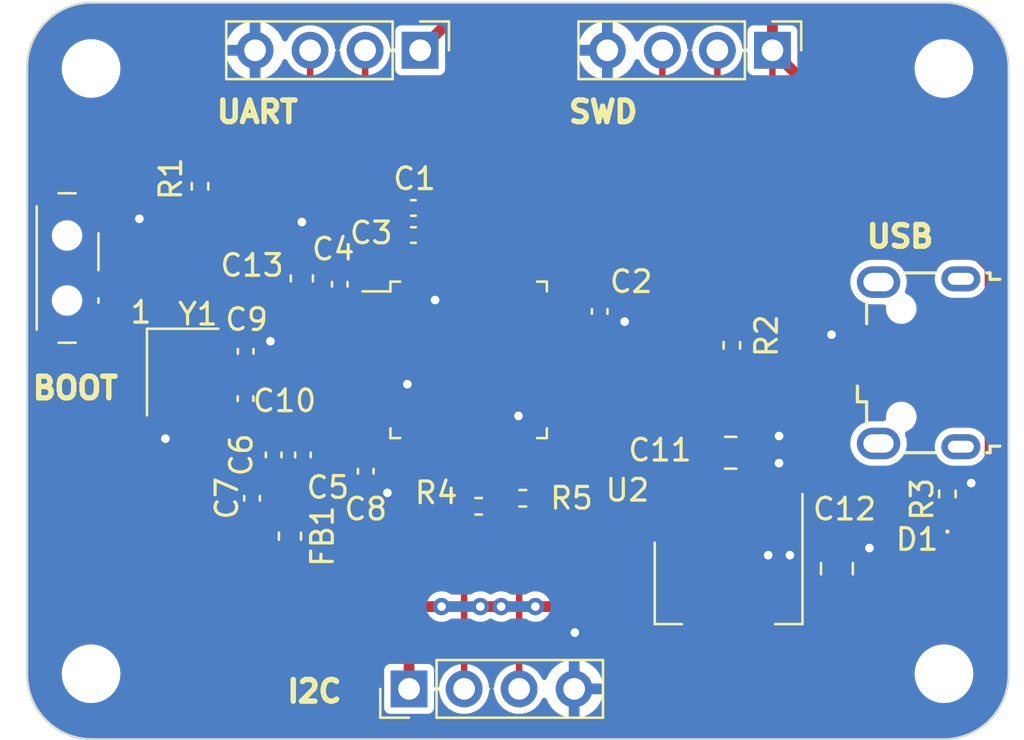
<source format=kicad_pcb>
(kicad_pcb (version 20221018) (generator pcbnew)
  (layers (0 "F.Cu" signal) (31 "B.Cu" power) (34 "B.Paste" user) (35 "F.Paste" user) (36 "B.SilkS" user "B.Silkscreen") (37 "F.SilkS" user "F.Silkscreen") (38 "B.Mask" user) (39 "F.Mask" user) (44 "Edge.Cuts" user))
  (net 0 "")
  (net 1 "+3.3V")
  (net 2 "GND")
  (net 3 "+3.3VA")
  (net 4 "/NRST")
  (net 5 "/HSE_IN")
  (net 6 "/HSE_OUT")
  (net 7 "VBUS")
  (net 8 "/power_LED_K")
  (net 9 "/USB_D-")
  (net 10 "/USB_D+")
  (net 12 "/SWDIO")
  (net 13 "/SWCLK")
  (net 14 "/USART1_TX")
  (net 15 "/USART1_RX")
  (net 16 "/I2C2_SCL")
  (net 17 "/I2C2_SDA")
  (net 18 "/BOOT0")
  (net 46 "/SW_Boot0")
  (footprint "MountingHole:MountingHole_2.2mm_M2" (layer "F.Cu") (at 98.07132 90.16132)
    (fp_text reference "H2" hide)
    (fp_text value "MountingHole" hide)
    (pad "" np_thru_hole circle (at 0 0) (size 2.2 2.2) (drill 2.2) (layers "*.Cu" "*.Mask"))
  )
  (footprint "Capacitor_SMD:C_0402_1005Metric" (layer "F.Cu") (at 112.95 96.6)
    (fp_text reference "C1" (at 0.05 -1.35) (layer "F.SilkS"))
    (fp_text value "100n" hide)
    (fp_line (start -0.107836 -0.36) (end 0.107836 -0.36) (stroke (width 0.12)) (layer "F.SilkS"))
    (fp_line (start -0.107836 0.36) (end 0.107836 0.36) (stroke (width 0.12)) (layer "F.SilkS"))
    (pad "1" smd roundrect (at -0.48 0) (size 0.56 0.62) (layers "F.Cu" "F.Paste" "F.Mask") (net 1 "+3.3V"))
    (pad "2" smd roundrect (at 0.48 0) (size 0.56 0.62) (layers "F.Cu" "F.Paste" "F.Mask") (net 2 "GND"))
  )
  (footprint "Capacitor_SMD:C_0805_2012Metric" (layer "F.Cu") (at 127.6 107.9)
    (fp_text reference "C11" (at -3.27132 -0.12132) (layer "F.SilkS"))
    (fp_text value "22u" hide)
    (fp_line (start -0.261252 -0.735) (end 0.261252 -0.735) (stroke (width 0.12)) (layer "F.SilkS"))
    (fp_line (start -0.261252 0.735) (end 0.261252 0.735) (stroke (width 0.12)) (layer "F.SilkS"))
    (pad "1" smd roundrect (at -0.95 0) (size 1 1.45) (layers "F.Cu" "F.Paste" "F.Mask") (net 7 "VBUS"))
    (pad "2" smd roundrect (at 0.95 0) (size 1 1.45) (layers "F.Cu" "F.Paste" "F.Mask") (net 2 "GND"))
  )
  (footprint "Capacitor_SMD:C_0402_1005Metric" (layer "F.Cu") (at 109.55 100.12 90)
    (fp_text reference "C4" (at 1.62 -0.3 180) (layer "F.SilkS"))
    (fp_text value "100n" hide)
    (fp_line (start -0.107836 -0.36) (end 0.107836 -0.36) (stroke (width 0.12)) (layer "F.SilkS"))
    (fp_line (start -0.107836 0.36) (end 0.107836 0.36) (stroke (width 0.12)) (layer "F.SilkS"))
    (pad "1" smd roundrect (at -0.48 0 90) (size 0.56 0.62) (layers "F.Cu" "F.Paste" "F.Mask") (net 1 "+3.3V"))
    (pad "2" smd roundrect (at 0.48 0 90) (size 0.56 0.62) (layers "F.Cu" "F.Paste" "F.Mask") (net 2 "GND"))
  )
  (footprint "LED_SMD:LED_0201_0603Metric" (layer "F.Cu") (at 137.6 112.4 -90)
    (fp_text reference "D1" (at -0.5 1.4 -180) (layer "F.SilkS"))
    (fp_text value "RED" hide)
    (fp_circle (center -0.86 0) (end -0.81 0) (stroke (width 0.1)) (fill none) (layer "F.SilkS"))
    (pad "1" smd rect (at -0.32 0 270) (size 0.2 0.4) (layers "F.Cu" "F.Mask") (net 8 "/power_LED_K"))
    (pad "2" smd rect (at 0.32 0 270) (size 0.2 0.4) (layers "F.Cu" "F.Mask") (net 1 "+3.3V"))
  )
  (footprint "Capacitor_SMD:C_0402_1005Metric" (layer "F.Cu") (at 110.75 108.75 -90)
    (fp_text reference "C8" (at 1.75 0) (layer "F.SilkS"))
    (fp_text value "100n" hide)
    (fp_line (start -0.107836 -0.36) (end 0.107836 -0.36) (stroke (width 0.12)) (layer "F.SilkS"))
    (fp_line (start -0.107836 0.36) (end 0.107836 0.36) (stroke (width 0.12)) (layer "F.SilkS"))
    (pad "1" smd roundrect (at -0.48 0 270) (size 0.56 0.62) (layers "F.Cu" "F.Paste" "F.Mask") (net 4 "/NRST"))
    (pad "2" smd roundrect (at 0.48 0 270) (size 0.56 0.62) (layers "F.Cu" "F.Paste" "F.Mask") (net 2 "GND"))
  )
  (footprint "Button_Switch_SMD:SW_SPDT_PCM12" (layer "F.Cu") (at 97.29132 99.37132 -90)
    (fp_text reference "SW1" hide)
    (fp_text value "SW_SPDT" hide)
    (fp_line (start -3.45 -0.07) (end -3.45 0.72) (stroke (width 0.12)) (layer "F.SilkS"))
    (fp_line (start -2.85 1.73) (end 2.85 1.73) (stroke (width 0.12)) (layer "F.SilkS"))
    (fp_line (start -1.6 -1.12) (end 0.1 -1.12) (stroke (width 0.12)) (layer "F.SilkS"))
    (fp_line (start 1.4 -1.12) (end 1.6 -1.12) (stroke (width 0.12)) (layer "F.SilkS"))
    (fp_line (start 3.45 0.72) (end 3.45 -0.07) (stroke (width 0.12)) (layer "F.SilkS"))
    (pad "" smd rect (at -3.65 -0.78 270) (size 1 0.8) (layers "F.Cu" "F.Paste" "F.Mask"))
    (pad "" smd rect (at -3.65 1.43 270) (size 1 0.8) (layers "F.Cu" "F.Paste" "F.Mask"))
    (pad "" np_thru_hole circle (at -1.5 0.33 270) (size 0.9 0.9) (drill 0.9) (layers "*.Cu" "*.Mask"))
    (pad "" np_thru_hole circle (at 1.5 0.33 270) (size 0.9 0.9) (drill 0.9) (layers "*.Cu" "*.Mask"))
    (pad "" smd rect (at 3.65 -0.78 270) (size 1 0.8) (layers "F.Cu" "F.Paste" "F.Mask"))
    (pad "" smd rect (at 3.65 1.43 270) (size 1 0.8) (layers "F.Cu" "F.Paste" "F.Mask"))
    (pad "1" smd rect (at -2.25 -1.43 270) (size 0.7 1.5) (layers "F.Cu" "F.Paste" "F.Mask") (net 2 "GND"))
    (pad "2" smd rect (at 0.75 -1.43 270) (size 0.7 1.5) (layers "F.Cu" "F.Paste" "F.Mask") (net 46 "/SW_Boot0"))
    (pad "3" smd rect (at 2.25 -1.43 270) (size 0.7 1.5) (layers "F.Cu" "F.Paste" "F.Mask") (net 1 "+3.3V"))
  )
  (footprint "Resistor_SMD:R_0402_1005Metric" (layer "F.Cu") (at 103.1 95.6 90)
    (fp_text reference "R1" (at 0.35 -1.35 90) (layer "F.SilkS"))
    (fp_text value "10k" hide)
    (fp_line (start -0.153641 -0.38) (end 0.153641 -0.38) (stroke (width 0.12)) (layer "F.SilkS"))
    (fp_line (start -0.153641 0.38) (end 0.153641 0.38) (stroke (width 0.12)) (layer "F.SilkS"))
    (pad "1" smd roundrect (at -0.51 0 90) (size 0.54 0.64) (layers "F.Cu" "F.Paste" "F.Mask") (net 46 "/SW_Boot0"))
    (pad "2" smd roundrect (at 0.51 0 90) (size 0.54 0.64) (layers "F.Cu" "F.Paste" "F.Mask") (net 18 "/BOOT0"))
  )
  (footprint "Resistor_SMD:R_0402_1005Metric" (layer "F.Cu") (at 137.6 109.8 90)
    (fp_text reference "R3" (at -0.25 -1.17 90) (layer "F.SilkS"))
    (fp_text value "1k5" hide)
    (fp_line (start -0.153641 -0.38) (end 0.153641 -0.38) (stroke (width 0.12)) (layer "F.SilkS"))
    (fp_line (start -0.153641 0.38) (end 0.153641 0.38) (stroke (width 0.12)) (layer "F.SilkS"))
    (pad "1" smd roundrect (at -0.51 0 90) (size 0.54 0.64) (layers "F.Cu" "F.Paste" "F.Mask") (net 8 "/power_LED_K"))
    (pad "2" smd roundrect (at 0.51 0 90) (size 0.54 0.64) (layers "F.Cu" "F.Paste" "F.Mask") (net 2 "GND"))
  )
  (footprint "MountingHole:MountingHole_2.2mm_M2" (layer "F.Cu") (at 137.44132 90.16132)
    (fp_text reference "H4" hide)
    (fp_text value "MountingHole" hide)
    (pad "" np_thru_hole circle (at 0 0) (size 2.2 2.2) (drill 2.2) (layers "*.Cu" "*.Mask"))
  )
  (footprint "Capacitor_SMD:C_0603_1608Metric" (layer "F.Cu") (at 107.8 99.85 90)
    (fp_text reference "C13" (at 0.6 -2.3 180) (layer "F.SilkS"))
    (fp_text value "10u" hide)
    (fp_line (start -0.14058 -0.51) (end 0.14058 -0.51) (stroke (width 0.12)) (layer "F.SilkS"))
    (fp_line (start -0.14058 0.51) (end 0.14058 0.51) (stroke (width 0.12)) (layer "F.SilkS"))
    (pad "1" smd roundrect (at -0.775 0 90) (size 0.9 0.95) (layers "F.Cu" "F.Paste" "F.Mask") (net 1 "+3.3V"))
    (pad "2" smd roundrect (at 0.775 0 90) (size 0.9 0.95) (layers "F.Cu" "F.Paste" "F.Mask") (net 2 "GND"))
  )
  (footprint "Capacitor_SMD:C_0402_1005Metric" (layer "F.Cu") (at 106.5 108 90)
    (fp_text reference "C6" (at 0 -1.5 90) (layer "F.SilkS"))
    (fp_text value "1u" hide)
    (fp_line (start -0.107836 -0.36) (end 0.107836 -0.36) (stroke (width 0.12)) (layer "F.SilkS"))
    (fp_line (start -0.107836 0.36) (end 0.107836 0.36) (stroke (width 0.12)) (layer "F.SilkS"))
    (pad "1" smd roundrect (at -0.48 0 90) (size 0.56 0.62) (layers "F.Cu" "F.Paste" "F.Mask") (net 3 "+3.3VA"))
    (pad "2" smd roundrect (at 0.48 0 90) (size 0.56 0.62) (layers "F.Cu" "F.Paste" "F.Mask") (net 2 "GND"))
  )
  (footprint "Connector_PinHeader_2.54mm:PinHeader_1x04_P2.54mm_Vertical" (layer "F.Cu") (at 129.52132 89.32132 -90)
    (fp_text reference "J2" hide)
    (fp_text value "Conn_01x04_Pin" hide)
    (fp_line (start -1.33 -1.33) (end 0 -1.33) (stroke (width 0.12)) (layer "F.SilkS"))
    (fp_line (start -1.33 0) (end -1.33 -1.33) (stroke (width 0.12)) (layer "F.SilkS"))
    (fp_line (start -1.33 1.27) (end -1.33 8.95) (stroke (width 0.12)) (layer "F.SilkS"))
    (fp_line (start -1.33 1.27) (end 1.33 1.27) (stroke (width 0.12)) (layer "F.SilkS"))
    (fp_line (start -1.33 8.95) (end 1.33 8.95) (stroke (width 0.12)) (layer "F.SilkS"))
    (fp_line (start 1.33 1.27) (end 1.33 8.95) (stroke (width 0.12)) (layer "F.SilkS"))
    (pad "1" thru_hole rect (at 0 0 270) (size 1.7 1.7) (drill 1) (layers "*.Cu" "*.Mask") (net 1 "+3.3V"))
    (pad "2" thru_hole oval (at 0 2.54 270) (size 1.7 1.7) (drill 1) (layers "*.Cu" "*.Mask") (net 12 "/SWDIO"))
    (pad "3" thru_hole oval (at 0 5.08 270) (size 1.7 1.7) (drill 1) (layers "*.Cu" "*.Mask") (net 13 "/SWCLK"))
    (pad "4" thru_hole oval (at 0 7.62 270) (size 1.7 1.7) (drill 1) (layers "*.Cu" "*.Mask") (net 2 "GND"))
  )
  (footprint "MountingHole:MountingHole_2.2mm_M2" (layer "F.Cu") (at 137.44132 118.10132)
    (fp_text reference "H3" hide)
    (fp_text value "MountingHole" hide)
    (pad "" np_thru_hole circle (at 0 0) (size 2.2 2.2) (drill 2.2) (layers "*.Cu" "*.Mask"))
  )
  (footprint "Resistor_SMD:R_0402_1005Metric" (layer "F.Cu") (at 118 110 180)
    (fp_text reference "R5" (at -2.25 0) (layer "F.SilkS"))
    (fp_text value "1k5" hide)
    (fp_line (start -0.153641 -0.38) (end 0.153641 -0.38) (stroke (width 0.12)) (layer "F.SilkS"))
    (fp_line (start -0.153641 0.38) (end 0.153641 0.38) (stroke (width 0.12)) (layer "F.SilkS"))
    (pad "1" smd roundrect (at -0.51 0 180) (size 0.54 0.64) (layers "F.Cu" "F.Paste" "F.Mask") (net 1 "+3.3V"))
    (pad "2" smd roundrect (at 0.51 0 180) (size 0.54 0.64) (layers "F.Cu" "F.Paste" "F.Mask") (net 17 "/I2C2_SDA"))
  )
  (footprint "Capacitor_SMD:C_0402_1005Metric" (layer "F.Cu") (at 105.5 110 90)
    (fp_text reference "C7" (at 0 -1.16 90) (layer "F.SilkS"))
    (fp_text value "1u" hide)
    (fp_line (start -0.107836 -0.36) (end 0.107836 -0.36) (stroke (width 0.12)) (layer "F.SilkS"))
    (fp_line (start -0.107836 0.36) (end 0.107836 0.36) (stroke (width 0.12)) (layer "F.SilkS"))
    (pad "1" smd roundrect (at -0.48 0 90) (size 0.56 0.62) (layers "F.Cu" "F.Paste" "F.Mask") (net 1 "+3.3V"))
    (pad "2" smd roundrect (at 0.48 0 90) (size 0.56 0.62) (layers "F.Cu" "F.Paste" "F.Mask") (net 2 "GND"))
  )
  (footprint "Capacitor_SMD:C_0402_1005Metric" (layer "F.Cu") (at 121.55 101.38 -90)
    (fp_text reference "C2" (at -1.38 -1.45 -180) (layer "F.SilkS"))
    (fp_text value "100n" hide)
    (fp_line (start -0.107836 -0.36) (end 0.107836 -0.36) (stroke (width 0.12)) (layer "F.SilkS"))
    (fp_line (start -0.107836 0.36) (end 0.107836 0.36) (stroke (width 0.12)) (layer "F.SilkS"))
    (pad "1" smd roundrect (at -0.48 0 270) (size 0.56 0.62) (layers "F.Cu" "F.Paste" "F.Mask") (net 1 "+3.3V"))
    (pad "2" smd roundrect (at 0.48 0 270) (size 0.56 0.62) (layers "F.Cu" "F.Paste" "F.Mask") (net 2 "GND"))
  )
  (footprint "Resistor_SMD:R_0402_1005Metric" (layer "F.Cu") (at 115.96132 110.37132)
    (fp_text reference "R4" (at -1.96132 -0.62132) (layer "F.SilkS"))
    (fp_text value "1k5" hide)
    (fp_line (start -0.153641 -0.38) (end 0.153641 -0.38) (stroke (width 0.12)) (layer "F.SilkS"))
    (fp_line (start -0.153641 0.38) (end 0.153641 0.38) (stroke (width 0.12)) (layer "F.SilkS"))
    (pad "1" smd roundrect (at -0.51 0) (size 0.54 0.64) (layers "F.Cu" "F.Paste" "F.Mask") (net 1 "+3.3V"))
    (pad "2" smd roundrect (at 0.51 0) (size 0.54 0.64) (layers "F.Cu" "F.Paste" "F.Mask") (net 16 "/I2C2_SCL"))
  )
  (footprint "Capacitor_SMD:C_0805_2012Metric" (layer "F.Cu") (at 132.5 113.25 90)
    (fp_text reference "C12" (at 2.75 0.35 180) (layer "F.SilkS"))
    (fp_text value "22u" hide)
    (fp_line (start -0.261252 -0.735) (end 0.261252 -0.735) (stroke (width 0.12)) (layer "F.SilkS"))
    (fp_line (start -0.261252 0.735) (end 0.261252 0.735) (stroke (width 0.12)) (layer "F.SilkS"))
    (pad "1" smd roundrect (at -0.95 0 90) (size 1 1.45) (layers "F.Cu" "F.Paste" "F.Mask") (net 1 "+3.3V"))
    (pad "2" smd roundrect (at 0.95 0 90) (size 1 1.45) (layers "F.Cu" "F.Paste" "F.Mask") (net 2 "GND"))
  )
  (footprint "Package_QFP:LQFP-48_7x7mm_P0.5mm" (layer "F.Cu") (at 115.49882 103.61132)
    (fp_text reference "U1" hide)
    (fp_text value "STM32F103C8T6" hide)
    (fp_line (start -3.61 -3.61) (end -3.61 -3.16) (stroke (width 0.12)) (layer "F.SilkS"))
    (fp_line (start -3.61 -3.16) (end -4.9 -3.16) (stroke (width 0.12)) (layer "F.SilkS"))
    (fp_line (start -3.61 3.61) (end -3.61 3.16) (stroke (width 0.12)) (layer "F.SilkS"))
    (fp_line (start -3.16 -3.61) (end -3.61 -3.61) (stroke (width 0.12)) (layer "F.SilkS"))
    (fp_line (start -3.16 3.61) (end -3.61 3.61) (stroke (width 0.12)) (layer "F.SilkS"))
    (fp_line (start 3.16 -3.61) (end 3.61 -3.61) (stroke (width 0.12)) (layer "F.SilkS"))
    (fp_line (start 3.16 3.61) (end 3.61 3.61) (stroke (width 0.12)) (layer "F.SilkS"))
    (fp_line (start 3.61 -3.61) (end 3.61 -3.16) (stroke (width 0.12)) (layer "F.SilkS"))
    (fp_line (start 3.61 3.61) (end 3.61 3.16) (stroke (width 0.12)) (layer "F.SilkS"))
    (pad "1" smd roundrect (at -4.1625 -2.75) (size 1.475 0.3) (layers "F.Cu" "F.Paste" "F.Mask") (net 1 "+3.3V"))
    (pad "2" smd roundrect (at -4.1625 -2.25) (size 1.475 0.3) (layers "F.Cu" "F.Paste" "F.Mask"))
    (pad "3" smd roundrect (at -4.1625 -1.75) (size 1.475 0.3) (layers "F.Cu" "F.Paste" "F.Mask"))
    (pad "4" smd roundrect (at -4.1625 -1.25) (size 1.475 0.3) (layers "F.Cu" "F.Paste" "F.Mask"))
    (pad "5" smd roundrect (at -4.1625 -0.75) (size 1.475 0.3) (layers "F.Cu" "F.Paste" "F.Mask") (net 5 "/HSE_IN"))
    (pad "6" smd roundrect (at -4.1625 -0.25) (size 1.475 0.3) (layers "F.Cu" "F.Paste" "F.Mask") (net 6 "/HSE_OUT"))
    (pad "7" smd roundrect (at -4.1625 0.25) (size 1.475 0.3) (layers "F.Cu" "F.Paste" "F.Mask") (net 4 "/NRST"))
    (pad "8" smd roundrect (at -4.1625 0.75) (size 1.475 0.3) (layers "F.Cu" "F.Paste" "F.Mask") (net 2 "GND"))
    (pad "9" smd roundrect (at -4.1625 1.25) (size 1.475 0.3) (layers "F.Cu" "F.Paste" "F.Mask") (net 3 "+3.3VA"))
    (pad "10" smd roundrect (at -4.1625 1.75) (size 1.475 0.3) (layers "F.Cu" "F.Paste" "F.Mask"))
    (pad "11" smd roundrect (at -4.1625 2.25) (size 1.475 0.3) (layers "F.Cu" "F.Paste" "F.Mask"))
    (pad "12" smd roundrect (at -4.1625 2.75) (size 1.475 0.3) (layers "F.Cu" "F.Paste" "F.Mask"))
    (pad "13" smd roundrect (at -2.75 4.1625) (size 0.3 1.475) (layers "F.Cu" "F.Paste" "F.Mask"))
    (pad "14" smd roundrect (at -2.25 4.1625) (size 0.3 1.475) (layers "F.Cu" "F.Paste" "F.Mask"))
    (pad "15" smd roundrect (at -1.75 4.1625) (size 0.3 1.475) (layers "F.Cu" "F.Paste" "F.Mask"))
    (pad "16" smd roundrect (at -1.25 4.1625) (size 0.3 1.475) (layers "F.Cu" "F.Paste" "F.Mask"))
    (pad "17" smd roundrect (at -0.75 4.1625) (size 0.3 1.475) (layers "F.Cu" "F.Paste" "F.Mask"))
    (pad "18" smd roundrect (at -0.25 4.1625) (size 0.3 1.475) (layers "F.Cu" "F.Paste" "F.Mask"))
    (pad "19" smd roundrect (at 0.25 4.1625) (size 0.3 1.475) (layers "F.Cu" "F.Paste" "F.Mask"))
    (pad "20" smd roundrect (at 0.75 4.1625) (size 0.3 1.475) (layers "F.Cu" "F.Paste" "F.Mask"))
    (pad "21" smd roundrect (at 1.25 4.1625) (size 0.3 1.475) (layers "F.Cu" "F.Paste" "F.Mask") (net 16 "/I2C2_SCL"))
    (pad "22" smd roundrect (at 1.75 4.1625) (size 0.3 1.475) (layers "F.Cu" "F.Paste" "F.Mask") (net 17 "/I2C2_SDA"))
    (pad "23" smd roundrect (at 2.25 4.1625) (size 0.3 1.475) (layers "F.Cu" "F.Paste" "F.Mask") (net 2 "GND"))
    (pad "24" smd roundrect (at 2.75 4.1625) (size 0.3 1.475) (layers "F.Cu" "F.Paste" "F.Mask") (net 1 "+3.3V"))
    (pad "25" smd roundrect (at 4.1625 2.75) (size 1.475 0.3) (layers "F.Cu" "F.Paste" "F.Mask"))
    (pad "26" smd roundrect (at 4.1625 2.25) (size 1.475 0.3) (layers "F.Cu" "F.Paste" "F.Mask"))
    (pad "27" smd roundrect (at 4.1625 1.75) (size 1.475 0.3) (layers "F.Cu" "F.Paste" "F.Mask"))
    (pad "28" smd roundrect (at 4.1625 1.25) (size 1.475 0.3) (layers "F.Cu" "F.Paste" "F.Mask"))
    (pad "29" smd roundrect (at 4.1625 0.75) (size 1.475 0.3) (layers "F.Cu" "F.Paste" "F.Mask"))
    (pad "30" smd roundrect (at 4.1625 0.25) (size 1.475 0.3) (layers "F.Cu" "F.Paste" "F.Mask"))
    (pad "31" smd roundrect (at 4.1625 -0.25) (size 1.475 0.3) (layers "F.Cu" "F.Paste" "F.Mask"))
    (pad "32" smd roundrect (at 4.1625 -0.75) (size 1.475 0.3) (layers "F.Cu" "F.Paste" "F.Mask") (net 9 "/USB_D-"))
    (pad "33" smd roundrect (at 4.1625 -1.25) (size 1.475 0.3) (layers "F.Cu" "F.Paste" "F.Mask") (net 10 "/USB_D+"))
    (pad "34" smd roundrect (at 4.1625 -1.75) (size 1.475 0.3) (layers "F.Cu" "F.Paste" "F.Mask") (net 12 "/SWDIO"))
    (pad "35" smd roundrect (at 4.1625 -2.25) (size 1.475 0.3) (layers "F.Cu" "F.Paste" "F.Mask") (net 2 "GND"))
    (pad "36" smd roundrect (at 4.1625 -2.75) (size 1.475 0.3) (layers "F.Cu" "F.Paste" "F.Mask") (net 1 "+3.3V"))
    (pad "37" smd roundrect (at 2.75 -4.1625) (size 0.3 1.475) (layers "F.Cu" "F.Paste" "F.Mask") (net 13 "/SWCLK"))
    (pad "38" smd roundrect (at 2.25 -4.1625) (size 0.3 1.475) (layers "F.Cu" "F.Paste" "F.Mask"))
    (pad "39" smd roundrect (at 1.75 -4.1625) (size 0.3 1.475) (layers "F.Cu" "F.Paste" "F.Mask"))
    (pad "40" smd roundrect (at 1.25 -4.1625) (size 0.3 1.475) (layers "F.Cu" "F.Paste" "F.Mask"))
    (pad "41" smd roundrect (at 0.75 -4.1625) (size 0.3 1.475) (layers "F.Cu" "F.Paste" "F.Mask"))
    (pad "42" smd roundrect (at 0.25 -4.1625) (size 0.3 1.475) (layers "F.Cu" "F.Paste" "F.Mask") (net 14 "/USART1_TX"))
    (pad "43" smd roundrect (at -0.25 -4.1625) (size 0.3 1.475) (layers "F.Cu" "F.Paste" "F.Mask") (net 15 "/USART1_RX"))
    (pad "44" smd roundrect (at -0.75 -4.1625) (size 0.3 1.475) (layers "F.Cu" "F.Paste" "F.Mask") (net 18 "/BOOT0"))
    (pad "45" smd roundrect (at -1.25 -4.1625) (size 0.3 1.475) (layers "F.Cu" "F.Paste" "F.Mask"))
    (pad "46" smd roundrect (at -1.75 -4.1625) (size 0.3 1.475) (layers "F.Cu" "F.Paste" "F.Mask"))
    (pad "47" smd roundrect (at -2.25 -4.1625) (size 0.3 1.475) (layers "F.Cu" "F.Paste" "F.Mask") (net 2 "GND"))
    (pad "48" smd roundrect (at -2.75 -4.1625) (size 0.3 1.475) (layers "F.Cu" "F.Paste" "F.Mask") (net 1 "+3.3V"))
  )
  (footprint "Inductor_SMD:L_0603_1608Metric" (layer "F.Cu") (at 107.25 111.75 -90)
    (fp_text reference "FB1" (at 0 -1.5 90) (layer "F.SilkS"))
    (fp_text value "FerriteBead" hide)
    (fp_line (start -0.162779 -0.51) (end 0.162779 -0.51) (stroke (width 0.12)) (layer "F.SilkS"))
    (fp_line (start -0.162779 0.51) (end 0.162779 0.51) (stroke (width 0.12)) (layer "F.SilkS"))
    (pad "1" smd roundrect (at -0.7875 0 270) (size 0.875 0.95) (layers "F.Cu" "F.Paste" "F.Mask") (net 3 "+3.3VA"))
    (pad "2" smd roundrect (at 0.7875 0 270) (size 0.875 0.95) (layers "F.Cu" "F.Paste" "F.Mask") (net 1 "+3.3V"))
  )
  (footprint "Capacitor_SMD:C_0402_1005Metric" (layer "F.Cu") (at 105.207035 103.22 90)
    (fp_text reference "C9" (at 1.47 0.042965 180) (layer "F.SilkS"))
    (fp_text value "10p" hide)
    (fp_line (start -0.107836 -0.36) (end 0.107836 -0.36) (stroke (width 0.12)) (layer "F.SilkS"))
    (fp_line (start -0.107836 0.36) (end 0.107836 0.36) (stroke (width 0.12)) (layer "F.SilkS"))
    (pad "1" smd roundrect (at -0.48 0 90) (size 0.56 0.62) (layers "F.Cu" "F.Paste" "F.Mask") (net 5 "/HSE_IN"))
    (pad "2" smd roundrect (at 0.48 0 90) (size 0.56 0.62) (layers "F.Cu" "F.Paste" "F.Mask") (net 2 "GND"))
  )
  (footprint "Connector_USB:USB_Micro-B_Wuerth_629105150521" (layer "F.Cu") (at 136.27132 103.74632 90)
    (fp_text reference "J1" hide)
    (fp_text value "USB_B_Micro" hide)
    (fp_line (start -4.15 -0.65) (end -4.15 0.75) (stroke (width 0.15)) (layer "F.SilkS"))
    (fp_line (start -4.15 3.15) (end -4.15 3.3) (stroke (width 0.15)) (layer "F.SilkS"))
    (fp_line (start -4.15 3.3) (end -3.85 3.3) (stroke (width 0.15)) (layer "F.SilkS"))
    (fp_line (start -3.85 3.3) (end -3.85 3.75) (stroke (width 0.15)) (layer "F.SilkS"))
    (fp_line (start -1.8 -2.825) (end -1.8 -2.4) (stroke (width 0.15)) (layer "F.SilkS"))
    (fp_line (start -1.8 -2.4) (end -2.8 -2.4) (stroke (width 0.15)) (layer "F.SilkS"))
    (fp_line (start -1.075 -2.825) (end -1.8 -2.825) (stroke (width 0.15)) (layer "F.SilkS"))
    (fp_line (start 1.8 -2.4) (end 2.8 -2.4) (stroke (width 0.15)) (layer "F.SilkS"))
    (fp_line (start 3.85 3.3) (end 4.15 3.3) (stroke (width 0.15)) (layer "F.SilkS"))
    (fp_line (start 3.85 3.75) (end 3.85 3.3) (stroke (width 0.15)) (layer "F.SilkS"))
    (fp_line (start 4.15 0.75) (end 4.15 -0.65) (stroke (width 0.15)) (layer "F.SilkS"))
    (fp_line (start 4.15 3.3) (end 4.15 3.15) (stroke (width 0.15)) (layer "F.SilkS"))
    (pad "" np_thru_hole oval (at -2.5 -0.8 90) (size 0.8 0.8) (drill 0.8) (layers "*.Cu" "*.Mask"))
    (pad "" np_thru_hole oval (at 2.5 -0.8 90) (size 0.8 0.8) (drill 0.8) (layers "*.Cu" "*.Mask"))
    (pad "1" smd rect (at -1.3 -1.9 90) (size 0.45 1.3) (layers "F.Cu" "F.Paste" "F.Mask") (net 7 "VBUS"))
    (pad "2" smd rect (at -0.65 -1.9 90) (size 0.45 1.3) (layers "F.Cu" "F.Paste" "F.Mask") (net 9 "/USB_D-"))
    (pad "3" smd rect (at 0 -1.9 90) (size 0.45 1.3) (layers "F.Cu" "F.Paste" "F.Mask") (net 10 "/USB_D+"))
    (pad "4" smd rect (at 0.65 -1.9 90) (size 0.45 1.3) (layers "F.Cu" "F.Paste" "F.Mask"))
    (pad "5" smd rect (at 1.3 -1.9 90) (size 0.45 1.3) (layers "F.Cu" "F.Paste" "F.Mask") (net 2 "GND"))
    (pad "6" thru_hole oval (at -3.875 1.95 90) (size 1.15 1.8) (drill oval 0.55 1.2) (layers "*.Cu" "*.Mask"))
    (pad "6" thru_hole oval (at -3.725 -1.85 90) (size 1.45 2) (drill oval 0.85 1.4) (layers "*.Cu" "*.Mask"))
    (pad "6" thru_hole oval (at 3.725 -1.85 90) (size 1.45 2) (drill oval 0.85 1.4) (layers "*.Cu" "*.Mask"))
    (pad "6" thru_hole oval (at 3.875 1.95 90) (size 1.15 1.8) (drill oval 0.55 1.2) (layers "*.Cu" "*.Mask"))
  )
  (footprint "Capacitor_SMD:C_0402_1005Metric" (layer "F.Cu") (at 112.95 97.85)
    (fp_text reference "C3" (at -1.95 -0.1) (layer "F.SilkS"))
    (fp_text value "100n" hide)
    (fp_line (start -0.107836 -0.36) (end 0.107836 -0.36) (stroke (width 0.12)) (layer "F.SilkS"))
    (fp_line (start -0.107836 0.36) (end 0.107836 0.36) (stroke (width 0.12)) (layer "F.SilkS"))
    (pad "1" smd roundrect (at -0.48 0) (size 0.56 0.62) (layers "F.Cu" "F.Paste" "F.Mask") (net 1 "+3.3V"))
    (pad "2" smd roundrect (at 0.48 0) (size 0.56 0.62) (layers "F.Cu" "F.Paste" "F.Mask") (net 2 "GND"))
  )
  (footprint "Crystal:Crystal_SMD_3225-4Pin_3.2x2.5mm" (layer "F.Cu") (at 102.3 104.175 -90)
    (fp_text reference "Y1" (at -2.675 -0.7) (layer "F.SilkS"))
    (fp_text value "16 MHz" hide)
    (fp_line (start -2 -1.65) (end -2 1.65) (stroke (width 0.12)) (layer "F.SilkS"))
    (fp_line (start -2 1.65) (end 2 1.65) (stroke (width 0.12)) (layer "F.SilkS"))
    (pad "1" smd rect (at -1.1 0.85 270) (size 1.4 1.2) (layers "F.Cu" "F.Paste" "F.Mask") (net 5 "/HSE_IN"))
    (pad "2" smd rect (at 1.1 0.85 270) (size 1.4 1.2) (layers "F.Cu" "F.Paste" "F.Mask") (net 2 "GND"))
    (pad "3" smd rect (at 1.1 -0.85 270) (size 1.4 1.2) (layers "F.Cu" "F.Paste" "F.Mask") (net 6 "/HSE_OUT"))
    (pad "4" smd rect (at -1.1 -0.85 270) (size 1.4 1.2) (layers "F.Cu" "F.Paste" "F.Mask") (net 2 "GND"))
  )
  (footprint "Package_TO_SOT_SMD:SOT-223-3_TabPin2" (layer "F.Cu") (at 127.5 113.9 -90)
    (fp_text reference "U2" (at -4.27132 4.67132 -180) (layer "F.SilkS"))
    (fp_text value "AMS1117-3.3" hide)
    (fp_line (start -4.1 -3.41) (end 1.91 -3.41) (stroke (width 0.12)) (layer "F.SilkS"))
    (fp_line (start -1.85 3.41) (end 1.91 3.41) (stroke (width 0.12)) (layer "F.SilkS"))
    (fp_line (start 1.91 -3.41) (end 1.91 -2.15) (stroke (width 0.12)) (layer "F.SilkS"))
    (fp_line (start 1.91 3.41) (end 1.91 2.15) (stroke (width 0.12)) (layer "F.SilkS"))
    (pad "1" smd rect (at -3.15 -2.3 270) (size 2 1.5) (layers "F.Cu" "F.Paste" "F.Mask") (net 2 "GND"))
    (pad "2" smd rect (at -3.15 0 270) (size 2 1.5) (layers "F.Cu" "F.Paste" "F.Mask") (net 1 "+3.3V"))
    (pad "2" smd rect (at 3.15 0 270) (size 2 3.8) (layers "F.Cu" "F.Paste" "F.Mask") (net 1 "+3.3V"))
    (pad "3" smd rect (at -3.15 2.3 270) (size 2 1.5) (layers "F.Cu" "F.Paste" "F.Mask") (net 7 "VBUS"))
  )
  (footprint "Capacitor_SMD:C_0402_1005Metric" (layer "F.Cu") (at 107.85 108 90)
    (fp_text reference "C5" (at -1.5 1.15 180) (layer "F.SilkS"))
    (fp_text value "10n" hide)
    (fp_line (start -0.107836 -0.36) (end 0.107836 -0.36) (stroke (width 0.12)) (layer "F.SilkS"))
    (fp_line (start -0.107836 0.36) (end 0.107836 0.36) (stroke (width 0.12)) (layer "F.SilkS"))
    (pad "1" smd roundrect (at -0.48 0 90) (size 0.56 0.62) (layers "F.Cu" "F.Paste" "F.Mask") (net 3 "+3.3VA"))
    (pad "2" smd roundrect (at 0.48 0 90) (size 0.56 0.62) (layers "F.Cu" "F.Paste" "F.Mask") (net 2 "GND"))
  )
  (footprint "Connector_PinHeader_2.54mm:PinHeader_1x04_P2.54mm_Vertical" (layer "F.Cu") (at 112.75 118.8 90)
    (fp_text reference "J4" hide)
    (fp_text value "Conn_01x04_Pin" hide)
    (fp_line (start -1.33 -1.33) (end 0 -1.33) (stroke (width 0.12)) (layer "F.SilkS"))
    (fp_line (start -1.33 0) (end -1.33 -1.33) (stroke (width 0.12)) (layer "F.SilkS"))
    (fp_line (start -1.33 1.27) (end -1.33 8.95) (stroke (width 0.12)) (layer "F.SilkS"))
    (fp_line (start -1.33 1.27) (end 1.33 1.27) (stroke (width 0.12)) (layer "F.SilkS"))
    (fp_line (start -1.33 8.95) (end 1.33 8.95) (stroke (width 0.12)) (layer "F.SilkS"))
    (fp_line (start 1.33 1.27) (end 1.33 8.95) (stroke (width 0.12)) (layer "F.SilkS"))
    (pad "1" thru_hole rect (at 0 0 90) (size 1.7 1.7) (drill 1) (layers "*.Cu" "*.Mask") (net 1 "+3.3V"))
    (pad "2" thru_hole oval (at 0 2.54 90) (size 1.7 1.7) (drill 1) (layers "*.Cu" "*.Mask") (net 16 "/I2C2_SCL"))
    (pad "3" thru_hole oval (at 0 5.08 90) (size 1.7 1.7) (drill 1) (layers "*.Cu" "*.Mask") (net 17 "/I2C2_SDA"))
    (pad "4" thru_hole oval (at 0 7.62 90) (size 1.7 1.7) (drill 1) (layers "*.Cu" "*.Mask") (net 2 "GND"))
  )
  (footprint "Capacitor_SMD:C_0402_1005Metric" (layer "F.Cu") (at 105.2 105.4 -90)
    (fp_text reference "C10" (at 0.1 -1.8 180) (layer "F.SilkS"))
    (fp_text value "10p" hide)
    (fp_line (start -0.107836 -0.36) (end 0.107836 -0.36) (stroke (width 0.12)) (layer "F.SilkS"))
    (fp_line (start -0.107836 0.36) (end 0.107836 0.36) (stroke (width 0.12)) (layer "F.SilkS"))
    (pad "1" smd roundrect (at -0.48 0 270) (size 0.56 0.62) (layers "F.Cu" "F.Paste" "F.Mask") (net 6 "/HSE_OUT"))
    (pad "2" smd roundrect (at 0.48 0 270) (size 0.56 0.62) (layers "F.Cu" "F.Paste" "F.Mask") (net 2 "GND"))
  )
  (footprint "MountingHole:MountingHole_2.2mm_M2" (layer "F.Cu") (at 98.07132 118.10132)
    (fp_text reference "H1" hide)
    (fp_text value "MountingHole" hide)
    (pad "" np_thru_hole circle (at 0 0) (size 2.2 2.2) (drill 2.2) (layers "*.Cu" "*.Mask"))
  )
  (footprint "Resistor_SMD:R_0402_1005Metric" (layer "F.Cu") (at 127.65 102.94 -90)
    (fp_text reference "R2" (at -0.44 -1.6 90) (layer "F.SilkS"))
    (fp_text value "1k5" hide)
    (fp_line (start -0.153641 -0.38) (end 0.153641 -0.38) (stroke (width 0.12)) (layer "F.SilkS"))
    (fp_line (start -0.153641 0.38) (end 0.153641 0.38) (stroke (width 0.12)) (layer "F.SilkS"))
    (pad "1" smd roundrect (at -0.51 0 270) (size 0.54 0.64) (layers "F.Cu" "F.Paste" "F.Mask") (net 1 "+3.3V"))
    (pad "2" smd roundrect (at 0.51 0 270) (size 0.54 0.64) (layers "F.Cu" "F.Paste" "F.Mask") (net 10 "/USB_D+"))
  )
  (footprint "Connector_PinHeader_2.54mm:PinHeader_1x04_P2.54mm_Vertical" (layer "F.Cu") (at 113.26132 89.32132 -90)
    (fp_text reference "J3" hide)
    (fp_text value "Conn_01x04_Pin" hide)
    (fp_line (start -1.33 -1.33) (end 0 -1.33) (stroke (width 0.12)) (layer "F.SilkS"))
    (fp_line (start -1.33 0) (end -1.33 -1.33) (stroke (width 0.12)) (layer "F.SilkS"))
    (fp_line (start -1.33 1.27) (end -1.33 8.95) (stroke (width 0.12)) (layer "F.SilkS"))
    (fp_line (start -1.33 1.27) (end 1.33 1.27) (stroke (width 0.12)) (layer "F.SilkS"))
    (fp_line (start -1.33 8.95) (end 1.33 8.95) (stroke (width 0.12)) (layer "F.SilkS"))
    (fp_line (start 1.33 1.27) (end 1.33 8.95) (stroke (width 0.12)) (layer "F.SilkS"))
    (pad "1" thru_hole rect (at 0 0 270) (size 1.7 1.7) (drill 1) (layers "*.Cu" "*.Mask") (net 1 "+3.3V"))
    (pad "2" thru_hole oval (at 0 2.54 270) (size 1.7 1.7) (drill 1) (layers "*.Cu" "*.Mask") (net 14 "/USART1_TX"))
    (pad "3" thru_hole oval (at 0 5.08 270) (size 1.7 1.7) (drill 1) (layers "*.Cu" "*.Mask") (net 15 "/USART1_RX"))
    (pad "4" thru_hole oval (at 0 7.62 270) (size 1.7 1.7) (drill 1) (layers "*.Cu" "*.Mask") (net 2 "GND"))
  )
  (gr_line (start 98.12132 121.12132) (end 137.42132 121.12132) (stroke (width 0.1)) (layer "Edge.Cuts"))
  (gr_line (start 140.42132 90.12132) (end 140.42132 118.12132) (stroke (width 0.1)) (layer "Edge.Cuts"))
  (gr_arc (start 98.12132 121.12132) (mid 96 120.24264) (end 95.12132 118.12132) (stroke (width 0.1)) (layer "Edge.Cuts"))
  (gr_line (start 137.42132 87.12132) (end 98.12132 87.12132) (stroke (width 0.1)) (layer "Edge.Cuts"))
  (gr_arc (start 95.12132 90.12132) (mid 96 88) (end 98.12132 87.12132) (stroke (width 0.1)) (layer "Edge.Cuts"))
  (gr_arc (start 137.42132 87.12132) (mid 139.54264 88) (end 140.42132 90.12132) (stroke (width 0.1)) (layer "Edge.Cuts"))
  (gr_line (start 95.12132 90.12132) (end 95.12132 118.12132) (stroke (width 0.1)) (layer "Edge.Cuts"))
  (gr_arc (start 140.42132 118.12132) (mid 139.54264 120.24264) (end 137.42132 121.12132) (stroke (width 0.1)) (layer "Edge.Cuts"))
  (gr_text "SWD" (at 120 92.75) (layer "F.SilkS") (effects (font (size 1 1) (thickness 0.25) bold) (justify left bottom)))
  (gr_text "USB" (at 133.75 98.5) (layer "F.SilkS") (effects (font (size 1 1) (thickness 0.25) bold) (justify left bottom)))
  (gr_text "BOOT" (at 95.25 105.5) (layer "F.SilkS") (effects (font (size 1 1) (thickness 0.25) bold) (justify left bottom)))
  (gr_text "1" (at 99.8 102) (layer "F.SilkS") (effects (font (size 1 1)) (justify left bottom)))
  (gr_text "UART" (at 103.75 92.75) (layer "F.SilkS") (effects (font (size 1 1) (thickness 0.25) bold) (justify left bottom)))
  (gr_text "I2C" (at 107 119.5) (layer "F.SilkS") (effects (font (size 1 1) (thickness 0.25) bold) (justify left bottom)))
  (segment (start 129.52132 88.02132) (end 129.25 87.75) (width 0.5) (layer "F.Cu") (net 1))
  (segment (start 135.35 113.35) (end 135.98 112.72) (width 0.3) (layer "F.Cu") (net 1))
  (segment (start 104.5 115) (end 107.25 115) (width 0.5) (layer "F.Cu") (net 1))
  (segment (start 100.25 101.75) (end 100.25 110.75) (width 0.5) (layer "F.Cu") (net 1))
  (segment (start 112.74882 98.12882) (end 112.47 97.85) (width 0.3) (layer "F.Cu") (net 1))
  (segment (start 121.51132 100.86132) (end 121.55 100.9) (width 0.3) (layer "F.Cu") (net 1))
  (segment (start 101.25 100) (end 100.25 101) (width 0.5) (layer "F.Cu") (net 1))
  (segment (start 121.76 113.25) (end 121.505 112.995) (width 0.5) (layer "F.Cu") (net 1))
  (segment (start 129.52132 89.32132) (end 129.52132 88.02132) (width 0.5) (layer "F.Cu") (net 1))
  (segment (start 139.57132 99.37132) (end 139.57132 114.75) (width 0.5) (layer "F.Cu") (net 1))
  (segment (start 133.65 120.4) (end 133.65 116.2) (width 0.5) (layer "F.Cu") (net 1))
  (segment (start 139.57132 114.75) (end 138.25 114.75) (width 0.5) (layer "F.Cu") (net 1))
  (segment (start 138.02 114.73) (end 138 114.75) (width 0.3) (layer "F.Cu") (net 1))
  (segment (start 100.25 101) (end 100.25 101.75) (width 0.5) (layer "F.Cu") (net 1))
  (segment (start 112.75 115) (end 112.75 118.8) (width 0.5) (layer "F.Cu") (net 1))
  (segment (start 133.75 120.5) (end 124 120.5) (width 0.5) (layer "F.Cu") (net 1))
  (segment (start 136.5 114.75) (end 136.5 115) (width 0.5) (layer "F.Cu") (net 1))
  (segment (start 118.5795 115) (end 119.5 115) (width 0.5) (layer "F.Cu") (net 1))
  (segment (start 100.25 110.75) (end 102.75 113.25) (width 0.5) (layer "F.Cu") (net 1))
  (segment (start 138 114.75) (end 137.5 114.75) (width 0.5) (layer "F.Cu") (net 1))
  (segment (start 100.12132 101.62132) (end 100.25 101.75) (width 0.5) (layer "F.Cu") (net 1))
  (segment (start 136.5 115) (end 135.3 116.2) (width 0.5) (layer "F.Cu") (net 1))
  (segment (start 124 120.5) (end 123.25 119.75) (width 0.5) (layer "F.Cu") (net 1))
  (segment (start 112.75 115) (end 114.25 115) (width 0.5) (layer "F.Cu") (net 1))
  (segment (start 109.55 100.6) (end 107.825 100.6) (width 0.3) (layer "F.Cu") (net 1))
  (segment (start 102.75 113.25) (end 104.5 115) (width 0.5) (layer "F.Cu") (net 1))
  (segment (start 101.875 100.625) (end 101.25 100) (width 0.5) (layer "F.Cu") (net 1))
  (segment (start 112.47 96.47) (end 111 95) (width 0.5) (layer "F.Cu") (net 1))
  (segment (start 107.25 112.5375) (end 107.25 115) (width 0.5) (layer "F.Cu") (net 1))
  (segment (start 98.72132 101.62132) (end 100.12132 101.62132) (width 0.5) (layer "F.Cu") (net 1))
  (segment (start 109.81132 100.86132) (end 109.55 100.6) (width 0.3) (layer "F.Cu") (net 1))
  (segment (start 118.24882 109.73882) (end 118.51 110) (width 0.3) (layer "F.Cu") (net 1))
  (segment (start 137.5 114.75) (end 136.5 114.75) (width 0.5) (layer "F.Cu") (net 1))
  (segment (start 121.55 100.9) (end 126.12 100.9) (width 0.5) (layer "F.Cu") (net 1))
  (segment (start 107.825 100.6) (end 107.8 100.625) (width 0.3) (layer "F.Cu") (net 1))
  (segment (start 104.5 95) (end 104.5 96.75) (width 0.5) (layer "F.Cu") (net 1))
  (segment (start 112.47 97.85) (end 112.47 96.6) (width 0.3) (layer "F.Cu") (net 1))
  (segment (start 105.5 110.5) (end 102.75 113.25) (width 0.5) (layer "F.Cu") (net 1))
  (segment (start 132.5 114.2) (end 134.5 114.2) (width 0.3) (layer "F.Cu") (net 1))
  (segment (start 129.25 87.75) (end 114.83264 87.75) (width 0.5) (layer "F.Cu") (net 1))
  (segment (start 119.5 115) (end 121.505 112.995) (width 0.5) (layer "F.Cu") (net 1))
  (segment (start 135.1 94.9) (end 129.52132 89.32132) (width 0.5) (layer "F.Cu") (net 1))
  (segment (start 104.5 96.75) (end 101.25 100) (width 0.5) (layer "F.Cu") (net 1))
  (segment (start 107.25 115) (end 107.5 115) (width 0.5) (layer "F.Cu") (net 1))
  (segment (start 112.74882 99.44882) (end 112.74882 98.12882) (width 0.3) (layer "F.Cu") (net 1))
  (segment (start 107.8 100.625) (end 101.875 100.625) (width 0.5) (layer "F.Cu") (net 1))
  (segment (start 119.66132 100.86132) (end 121.51132 100.86132) (width 0.3) (layer "F.Cu") (net 1))
  (segment (start 119.66132 100.86132) (end 129.52132 91.00132) (width 0.3) (layer "F.Cu") (net 1))
  (segment (start 135.3 113.4) (end 135.3 116.2) (width 0.5) (layer "F.Cu") (net 1))
  (segment (start 123.25 119.75) (end 123.25 113.25) (width 0.5) (layer "F.Cu") (net 1))
  (segment (start 107.5 115) (end 110.75 115) (width 0.5) (layer "F.Cu") (net 1))
  (segment (start 129.52132 91.00132) (end 129.52132 89.32132) (width 0.3) (layer "F.Cu") (net 1))
  (segment (start 105.5 110.48) (end 105.5 110.5) (width 0.5) (layer "F.Cu") (net 1))
  (segment (start 123.25 113.25) (end 121.76 113.25) (width 0.5) (layer "F.Cu") (net 1))
  (segment (start 135.3 116.2) (end 133.65 116.2) (width 0.5) (layer "F.Cu") (net 1))
  (segment (start 110.75 115) (end 111.5 115) (width 0.5) (layer "F.Cu") (net 1))
  (segment (start 115.45132 110.37132) (end 115.37868 110.37132) (width 0.5) (layer "F.Cu") (net 1))
  (segment (start 111.5 115) (end 112.25 115) (width 0.5) (layer "F.Cu") (net 1))
  (segment (start 133.75 120.5) (end 133.65 120.4) (width 0.5) (layer "F.Cu") (net 1))
  (segment (start 111 95) (end 104.5 95) (width 0.5) (layer "F.Cu") (net 1))
  (segment (start 112.25 115) (end 112.75 115) (width 0.5) (layer "F.Cu") (net 1))
  (segment (start 118.24882 107.77382) (end 118.24882 109.73882) (width 0.3) (layer "F.Cu") (net 1))
  (segment (start 112.47 96.6) (end 112.47 96.47) (width 0.5) (layer "F.Cu") (net 1))
  (segment (start 116.0395 115) (end 117 115) (width 0.5) (layer "F.Cu") (net 1))
  (segment (start 126.12 100.9) (end 127.65 102.43) (width 0.5) (layer "F.Cu") (net 1))
  (segment (start 138.25 114.75) (end 138 114.75) (width 0.5) (layer "F.Cu") (net 1))
  (segment (start 115.37868 110.37132) (end 110.75 115) (width 0.5) (layer "F.Cu") (net 1))
  (segment (start 135.35 113.35) (end 135.3 113.4) (width 0.5) (layer "F.Cu") (net 1))
  (segment (start 121.505 112.995) (end 118.51 110) (width 0.5) (layer "F.Cu") (net 1))
  (segment (start 135.1 94.98) (end 135.1 94.9) (width 0.5) (layer "F.Cu") (net 1))
  (segment (start 134.5 114.2) (end 135.35 113.35) (width 0.3) (layer "F.Cu") (net 1))
  (segment (start 135.98 112.72) (end 137.6 112.72) (width 0.3) (layer "F.Cu") (net 1))
  (segment (start 135.1 94.9) (end 139.57132 99.37132) (width 0.5) (layer "F.Cu") (net 1))
  (segment (start 111.33632 100.86132) (end 109.81132 100.86132) (width 0.3) (layer "F.Cu") (net 1))
  (segment (start 114.83264 87.75) (end 113.26132 89.32132) (width 0.5) (layer "F.Cu") (net 1))
  (segment (start 127.65 102.43) (end 135.1 94.98) (width 0.5) (layer "F.Cu") (net 1))
  (via (at 117 115) (size 0.8) (drill 0.4) (layers "F.Cu" "B.Cu") (net 1))
  (via (at 118.5795 115) (size 0.8) (drill 0.4) (layers "F.Cu" "B.Cu") (net 1))
  (via (at 116.0395 115) (size 0.8) (drill 0.4) (layers "F.Cu" "B.Cu") (net 1))
  (via (at 114.25 115) (size 0.8) (drill 0.4) (layers "F.Cu" "B.Cu") (net 1))
  (segment (start 114.25 115) (end 116.0395 115) (width 0.5) (layer "B.Cu") (net 1))
  (segment (start 118.5 115) (end 118.5795 115) (width 0.5) (layer "B.Cu") (net 1))
  (segment (start 117 115) (end 118.5 115) (width 0.5) (layer "B.Cu") (net 1))
  (segment (start 112.295308 104.36132) (end 112.671556 104.737568) (width 0.3) (layer "F.Cu") (net 2))
  (segment (start 101.45 107.2) (end 101.5 107.25) (width 0.3) (layer "F.Cu") (net 2))
  (segment (start 120.37 118.8) (end 120.37 116.23) (width 0.3) (layer "F.Cu") (net 2))
  (segment (start 132.25368 102.44632) (end 132.25 102.45) (width 0.3) (layer "F.Cu") (net 2))
  (segment (start 121.008355 101.36132) (end 121.507035 101.86) (width 0.3) (layer "F.Cu") (net 2))
  (segment (start 113.811459 100.85) (end 113.95 100.85) (width 0.3) (layer "F.Cu") (net 2))
  (segment (start 101.45 105.275) (end 101.45 107.2) (width 0.3) (layer "F.Cu") (net 2))
  (segment (start 103.485 102.74) (end 103.15 103.075) (width 0.3) (layer "F.Cu") (net 2))
  (segment (start 111.23 109.23) (end 111.75 109.75) (width 0.3) (layer "F.Cu") (net 2))
  (segment (start 98.72132 97.12132) (end 100.27868 97.12132) (width 0.3) (layer "F.Cu") (net 2))
  (segment (start 121.507035 101.86) (end 121.55 101.86) (width 0.3) (layer "F.Cu") (net 2))
  (segment (start 104.58 106.5) (end 102.575 106.5) (width 0.3) (layer "F.Cu") (net 2))
  (segment (start 134.37132 102.44632) (end 132.25368 102.44632) (width 0.3) (layer "F.Cu") (net 2))
  (segment (start 105.2 105.88) (end 104.58 106.5) (width 0.3) (layer "F.Cu") (net 2))
  (segment (start 110.75 109.23) (end 111.23 109.23) (width 0.3) (layer "F.Cu") (net 2))
  (segment (start 105.207035 102.74) (end 106.34 102.74) (width 0.3) (layer "F.Cu") (net 2))
  (segment (start 107.8 99.075) (end 108.985 99.075) (width 0.3) (layer "F.Cu") (net 2))
  (segment (start 138.69 109.29) (end 138.7 109.3) (width 0.3) (layer "F.Cu") (net 2))
  (segment (start 117.74882 106.25118) (end 117.8 106.2) (width 0.3) (layer "F.Cu") (net 2))
  (segment (start 108.985 99.075) (end 109.55 99.64) (width 0.3) (layer "F.Cu") (net 2))
  (segment (start 117.74882 107.77382) (end 117.74882 106.25118) (width 0.3) (layer "F.Cu") (net 2))
  (segment (start 107.85 107.52) (end 106.5 107.52) (width 0.3) (layer "F.Cu") (net 2))
  (segment (start 113.24882 99.44882) (end 113.24882 98.03118) (width 0.3) (layer "F.Cu") (net 2))
  (segment (start 137.6 109.29) (end 138.69 109.29) (width 0.3) (layer "F.Cu") (net 2))
  (segment (start 100.27868 97.12132) (end 100.3 97.1) (width 0.3) (layer "F.Cu") (net 2))
  (segment (start 121.55 101.86) (end 122.69 101.86) (width 0.3) (layer "F.Cu") (net 2))
  (segment (start 107.8 99.075) (end 107.8 97.25) (width 0.3) (layer "F.Cu") (net 2))
  (segment (start 106.457035 107.52) (end 105.84 108.137035) (width 0.3) (layer "F.Cu") (net 2))
  (segment (start 105.84 108.137035) (end 105.84 109.18) (width 0.3) (layer "F.Cu") (net 2))
  (segment (start 106.34 102.74) (end 106.35 102.75) (width 0.3) (layer "F.Cu") (net 2))
  (segment (start 113.24882 98.03118) (end 113.43 97.85) (width 0.3) (layer "F.Cu") (net 2))
  (segment (start 113.24882 99.44882) (end 113.24882 100.287361) (width 0.3) (layer "F.Cu") (net 2))
  (segment (start 119.66132 101.36132) (end 121.008355 101.36132) (width 0.3) (layer "F.Cu") (net 2))
  (segment (start 120.37 116.23) (end 120.4 116.2) (width 0.3) (layer "F.Cu") (net 2))
  (segment (start 102.575 106.5) (end 101.45 105.375) (width 0.3) (layer "F.Cu") (net 2))
  (segment (start 111.33632 104.36132) (end 112.295308 104.36132) (width 0.3) (layer "F.Cu") (net 2))
  (segment (start 106.5 107.52) (end 106.457035 107.52) (width 0.3) (layer "F.Cu") (net 2))
  (segment (start 113.24882 100.287361) (end 113.811459 100.85) (width 0.3) (layer "F.Cu") (net 2))
  (segment (start 105.207035 102.74) (end 103.485 102.74) (width 0.3) (layer "F.Cu") (net 2))
  (segment (start 101.45 105.375) (end 101.45 105.275) (width 0.3) (layer "F.Cu") (net 2))
  (segment (start 107.85 106.702711) (end 107.85 107.52) (width 0.3) (layer "F.Cu") (net 2))
  (segment (start 105.84 109.18) (end 105.5 109.52) (width 0.3) (layer "F.Cu") (net 2))
  (segment (start 122.69 101.86) (end 122.7 101.85) (width 0.3) (layer "F.Cu") (net 2))
  (segment (start 111.33632 104.36132) (end 110.191391 104.36132) (width 0.3) (layer "F.Cu") (net 2))
  (segment (start 110.191391 104.36132) (end 107.85 106.702711) (width 0.3) (layer "F.Cu") (net 2))
  (segment (start 113.43 97.85) (end 113.43 96.6) (width 0.3) (layer "F.Cu") (net 2))
  (via (at 111.75 109.75) (size 0.8) (drill 0.4) (layers "F.Cu" "B.Cu") (net 2))
  (via (at 132.25 102.45) (size 0.8) (drill 0.4) (layers "F.Cu" "B.Cu") (net 2))
  (via (at 106.35 102.75) (size 0.8) (drill 0.4) (layers "F.Cu" "B.Cu") (net 2))
  (via (at 130.32868 112.62868) (size 0.8) (drill 0.4) (layers "F.Cu" "B.Cu") (net 2))
  (via (at 129.82868 107.12868) (size 0.8) (drill 0.4) (layers "F.Cu" "B.Cu") (net 2))
  (via (at 120.4 116.2) (size 0.8) (drill 0.4) (layers "F.Cu" "B.Cu") (net 2))
  (via (at 117.8 106.2) (size 0.8) (drill 0.4) (layers "F.Cu" "B.Cu") (net 2))
  (via (at 129.32868 112.62868) (size 0.8) (drill 0.4) (layers "F.Cu" "B.Cu") (net 2))
  (via (at 134 112.3) (size 0.8) (drill 0.4) (layers "F.Cu" "B.Cu") (net 2))
  (via (at 112.671556 104.737568) (size 0.8) (drill 0.4) (layers "F.Cu" "B.Cu") (net 2))
  (via (at 100.3 97.1) (size 0.8) (drill 0.4) (layers "F.Cu" "B.Cu") (net 2))
  (via (at 101.5 107.25) (size 0.8) (drill 0.4) (layers "F.Cu" "B.Cu") (net 2))
  (via (at 129.82868 108.37868) (size 0.8) (drill 0.4) (layers "F.Cu" "B.Cu") (net 2))
  (via (at 122.7 101.85) (size 0.8) (drill 0.4) (layers "F.Cu" "B.Cu") (net 2))
  (via (at 107.8 97.25) (size 0.8) (drill 0.4) (layers "F.Cu" "B.Cu") (net 2))
  (via (at 138.7 109.3) (size 0.8) (drill 0.4) (layers "F.Cu" "B.Cu") (net 2))
  (via (at 113.95 100.85) (size 0.8) (drill 0.4) (layers "F.Cu" "B.Cu") (net 2))
  (segment (start 111.33632 104.86132) (end 110.497779 104.86132) (width 0.3) (layer "F.Cu") (net 3))
  (segment (start 107.85 108.48) (end 107.25 108.48) (width 0.5) (layer "F.Cu") (net 3))
  (segment (start 107.25 108.48) (end 106.5 108.48) (width 0.5) (layer "F.Cu") (net 3))
  (segment (start 108.42 108.48) (end 107.85 108.48) (width 0.3) (layer "F.Cu") (net 3))
  (segment (start 108.51 106.849099) (end 108.51 108.39) (width 0.3) (layer "F.Cu") (net 3))
  (segment (start 108.51 108.39) (end 108.42 108.48) (width 0.3) (layer "F.Cu") (net 3))
  (segment (start 110.497779 104.86132) (end 108.51 106.849099) (width 0.3) (layer "F.Cu") (net 3))
  (segment (start 107.25 108.48) (end 107.25 110.9625) (width 0.5) (layer "F.Cu") (net 3))
  (segment (start 114 105.13514) (end 110.86514 108.27) (width 0.3) (layer "F.Cu") (net 4))
  (segment (start 114 104.75) (end 114 105.13514) (width 0.3) (layer "F.Cu") (net 4))
  (segment (start 113.11132 103.86132) (end 114 104.75) (width 0.3) (layer "F.Cu") (net 4))
  (segment (start 111.33632 103.86132) (end 113.11132 103.86132) (width 0.3) (layer "F.Cu") (net 4))
  (segment (start 110.86514 108.27) (end 110.75 108.27) (width 0.3) (layer "F.Cu") (net 4))
  (segment (start 105.207035 103.7) (end 104.782035 104.125) (width 0.3) (layer "F.Cu") (net 5))
  (segment (start 102.4 104.125) (end 101.45 103.175) (width 0.3) (layer "F.Cu") (net 5))
  (segment (start 107.581645 102.86132) (end 106.742965 103.7) (width 0.3) (layer "F.Cu") (net 5))
  (segment (start 106.742965 103.7) (end 105.207035 103.7) (width 0.3) (layer "F.Cu") (net 5))
  (segment (start 111.33632 102.86132) (end 107.581645 102.86132) (width 0.3) (layer "F.Cu") (net 5))
  (segment (start 101.45 103.175) (end 101.45 103.075) (width 0.3) (layer "F.Cu") (net 5))
  (segment (start 104.782035 104.125) (end 102.4 104.125) (width 0.3) (layer "F.Cu") (net 5))
  (segment (start 107.788751 103.36132) (end 111.33632 103.36132) (width 0.3) (layer "F.Cu") (net 6))
  (segment (start 107.788751 103.36132) (end 106.550071 104.6) (width 0.3) (layer "F.Cu") (net 6))
  (segment (start 103.505 104.92) (end 103.15 105.275) (width 0.3) (layer "F.Cu") (net 6))
  (segment (start 105.2 104.92) (end 103.505 104.92) (width 0.3) (layer "F.Cu") (net 6))
  (segment (start 106.550071 104.6) (end 105.52 104.6) (width 0.3) (layer "F.Cu") (net 6))
  (segment (start 105.52 104.6) (end 105.2 104.92) (width 0.3) (layer "F.Cu") (net 6))
  (segment (start 137.6 110.31) (end 137.6 112.08) (width 0.3) (layer "F.Cu") (net 8))
  (segment (start 133.42132 104.0713) (end 133.42132 104.27132) (width 0.2) (layer "F.Cu") (net 9))
  (segment (start 120.767571 102.86132) (end 120.792571 102.83632) (width 0.2) (layer "F.Cu") (net 9))
  (segment (start 120.792571 102.83632) (end 120.957698 102.83632) (width 0.2) (layer "F.Cu") (net 9))
  (segment (start 134.24632 104.27132) (end 134.37132 104.39632) (width 0.2) (layer "F.Cu") (net 9))
  (segment (start 122.192678 104.0713) (end 133.42132 104.0713) (width 0.2) (layer "F.Cu") (net 9))
  (segment (start 133.42132 104.27132) (end 134.24632 104.27132) (width 0.2) (layer "F.Cu") (net 9))
  (segment (start 120.957698 102.83632) (end 122.192678 104.0713) (width 0.2) (layer "F.Cu") (net 9))
  (segment (start 119.66132 102.86132) (end 120.767571 102.86132) (width 0.2) (layer "F.Cu") (net 9))
  (segment (start 120.767571 102.36132) (end 120.792571 102.38632) (width 0.2) (layer "F.Cu") (net 10))
  (segment (start 122.379066 103.62132) (end 134.232717 103.62132) (width 0.2) (layer "F.Cu") (net 10))
  (segment (start 134.232717 103.62132) (end 134.357717 103.74632) (width 0.2) (layer "F.Cu") (net 10))
  (segment (start 119.66132 102.36132) (end 120.767571 102.36132) (width 0.2) (layer "F.Cu") (net 10))
  (segment (start 134.357717 103.74632) (end 134.37132 103.74632) (width 0.2) (layer "F.Cu") (net 10))
  (segment (start 120.792571 102.38632) (end 121.144066 102.38632) (width 0.2) (layer "F.Cu") (net 10))
  (segment (start 121.144066 102.38632) (end 122.379066 103.62132) (width 0.2) (layer "F.Cu") (net 10))
  (segment (start 118.822779 101.86132) (end 117.999861 101.038402) (width 0.3) (layer "F.Cu") (net 12))
  (segment (start 126.98132 92.056943) (end 126.98132 89.32132) (width 0.3) (layer "F.Cu") (net 12))
  (segment (start 119.66132 101.86132) (end 118.822779 101.86132) (width 0.3) (layer "F.Cu") (net 12))
  (segment (start 117.999861 101.038402) (end 126.98132 92.056943) (width 0.3) (layer "F.Cu") (net 12))
  (segment (start 124.44132 93.05868) (end 124.44132 89.32132) (width 0.3) (layer "F.Cu") (net 13))
  (segment (start 118.24882 99.25118) (end 124.44132 93.05868) (width 0.3) (layer "F.Cu") (net 13))
  (segment (start 118.24882 99.44882) (end 118.24882 99.25118) (width 0.3) (layer "F.Cu") (net 13))
  (segment (start 115.74882 92.40118) (end 115.75 92.4) (width 0.3) (layer "F.Cu") (net 14))
  (segment (start 110.72132 92.27132) (end 110.72132 89.32132) (width 0.3) (layer "F.Cu") (net 14))
  (segment (start 115.74882 99.44882) (end 115.74882 92.40118) (width 0.3) (layer "F.Cu") (net 14))
  (segment (start 110.85 92.4) (end 110.72132 92.27132) (width 0.3) (layer "F.Cu") (net 14))
  (segment (start 115.75 92.4) (end 110.85 92.4) (width 0.3) (layer "F.Cu") (net 14))
  (segment (start 115.24882 93.24882) (end 115.1 93.1) (width 0.3) (layer "F.Cu") (net 15))
  (segment (start 108.18132 92.83132) (end 108.18132 89.32132) (width 0.3) (layer "F.Cu") (net 15))
  (segment (start 115.1 93.1) (end 108.45 93.1) (width 0.3) (layer "F.Cu") (net 15))
  (segment (start 108.45 93.1) (end 108.18132 92.83132) (width 0.3) (layer "F.Cu") (net 15))
  (segment (start 115.24882 99.44882) (end 115.24882 93.24882) (width 0.3) (layer "F.Cu") (net 15))
  (segment (start 116.47132 110.37132) (end 115.29 111.55264) (width 0.3) (layer "F.Cu") (net 16))
  (segment (start 116.74882 110.09382) (end 116.47132 110.37132) (width 0.3) (layer "F.Cu") (net 16))
  (segment (start 115.29 111.55264) (end 115.29 118.8) (width 0.3) (layer "F.Cu") (net 16))
  (segment (start 116.74882 107.77382) (end 116.74882 110.09382) (width 0.3) (layer "F.Cu") (net 16))
  (segment (start 117.49 110) (end 117.49 109.5) (width 0.3) (layer "F.Cu") (net 17))
  (segment (start 117.24882 107.77382) (end 117.24882 109.25882) (width 0.3) (layer "F.Cu") (net 17))
  (segment (start 117.83 118.8) (end 117.83 110.34) (width 0.3) (layer "F.Cu") (net 17))
  (segment (start 117.83 110.34) (end 117.49 110) (width 0.3) (layer "F.Cu") (net 17))
  (segment (start 117.49 109.5) (end 117.24882 109.25882) (width 0.3) (layer "F.Cu") (net 17))
  (segment (start 103.2 93.7) (end 103.15 93.75) (width 0.3) (layer "F.Cu") (net 18))
  (segment (start 103.15 93.75) (end 103.15 95.04) (width 0.3) (layer "F.Cu") (net 18))
  (segment (start 103.15 95.04) (end 103.1 95.09) (width 0.3) (layer "F.Cu") (net 18))
  (segment (start 114.74882 99.44882) (end 114.74882 93.7) (width 0.3) (layer "F.Cu") (net 18))
  (segment (start 114.74882 93.7) (end 103.2 93.7) (width 0.3) (layer "F.Cu") (net 18))
  (segment (start 99.08868 100.12132) (end 98.72132 100.12132) (width 0.3) (layer "F.Cu") (net 46))
  (segment (start 103.1 96.11) (end 99.08868 100.12132) (width 0.3) (layer "F.Cu") (net 46))
  (zone (net 7) (net_name "VBUS") (layer "F.Cu") (priority 2) (connect_pads yes (clearance 0.3)) (min_thickness 0.25) (fill yes (thermal_gap 0.5) (thermal_bridge_width 0.5))
    (polygon (pts (xy 126.1 111.9) (xy 124.1 111.9) (xy 124.1 110.9) (xy 124.1 109.5) (xy 124.2 105.8) (xy 133.5 104.75) (xy 135.25 104.75) (xy 135.25 105.5) (xy 133 105.5) (xy 127.4 106.2) (xy 127.4 109.2) (xy 126.2 109.2)))
  )
  (zone (net 2) (net_name "GND") (layer "F.Cu") (priority 1) (connect_pads yes (clearance 0.3)) (min_thickness 0.25) (fill yes (thermal_gap 0.5) (thermal_bridge_width 0.5))
    (polygon (pts (xy 127.8 106.6) (xy 127.8 109.2) (xy 128.6 109.2) (xy 128.6 113.1) (xy 133.6 113.1) (xy 134.5 113.1) (xy 134.5 111.3) (xy 132.8 111.3) (xy 131.3 111.3) (xy 131.3 109.2) (xy 130.4 109.2) (xy 130.4 106.6)))
  )
  (zone (net 1) (net_name "+3.3V") (layer "F.Cu") (priority 3) (connect_pads yes (clearance 0.3)) (min_thickness 0.25) (fill yes (thermal_gap 0.5) (thermal_bridge_width 0.5))
    (polygon (pts (xy 126.5 109.6) (xy 128.4 109.6) (xy 128.4 113.4) (xy 133.4 113.4) (xy 133.4 115) (xy 129.7 115) (xy 129.7 118.8) (xy 125.3 118.8) (xy 125.3 115.3) (xy 126.5 115.3)))
  )
  (zone (net 2) (net_name "GND") (layer "B.Cu") (connect_pads (clearance 0.3)) (min_thickness 0.25) (fill yes (thermal_gap 0.5) (thermal_bridge_width 0.5))
    (polygon (pts (xy 95 87) (xy 140.5 87) (xy 140.5 121.15) (xy 95 121.15)))
  )
)
</source>
